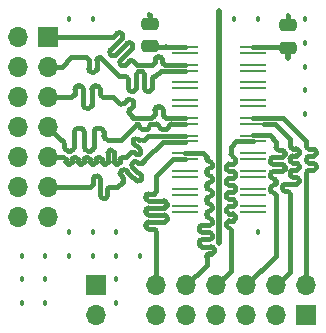
<source format=gbr>
%TF.GenerationSoftware,KiCad,Pcbnew,8.0.4*%
%TF.CreationDate,2024-10-02T17:37:58-07:00*%
%TF.ProjectId,SYZYGY-RGMII-tester,53595a59-4759-42d5-9247-4d49492d7465,rev?*%
%TF.SameCoordinates,Original*%
%TF.FileFunction,Copper,L1,Top*%
%TF.FilePolarity,Positive*%
%FSLAX46Y46*%
G04 Gerber Fmt 4.6, Leading zero omitted, Abs format (unit mm)*
G04 Created by KiCad (PCBNEW 8.0.4) date 2024-10-02 17:37:58*
%MOMM*%
%LPD*%
G01*
G04 APERTURE LIST*
G04 Aperture macros list*
%AMRoundRect*
0 Rectangle with rounded corners*
0 $1 Rounding radius*
0 $2 $3 $4 $5 $6 $7 $8 $9 X,Y pos of 4 corners*
0 Add a 4 corners polygon primitive as box body*
4,1,4,$2,$3,$4,$5,$6,$7,$8,$9,$2,$3,0*
0 Add four circle primitives for the rounded corners*
1,1,$1+$1,$2,$3*
1,1,$1+$1,$4,$5*
1,1,$1+$1,$6,$7*
1,1,$1+$1,$8,$9*
0 Add four rect primitives between the rounded corners*
20,1,$1+$1,$2,$3,$4,$5,0*
20,1,$1+$1,$4,$5,$6,$7,0*
20,1,$1+$1,$6,$7,$8,$9,0*
20,1,$1+$1,$8,$9,$2,$3,0*%
G04 Aperture macros list end*
%TA.AperFunction,SMDPad,CuDef*%
%ADD10RoundRect,0.250000X0.475000X-0.250000X0.475000X0.250000X-0.475000X0.250000X-0.475000X-0.250000X0*%
%TD*%
%TA.AperFunction,SMDPad,CuDef*%
%ADD11R,2.270000X0.280000*%
%TD*%
%TA.AperFunction,SMDPad,CuDef*%
%ADD12R,0.430000X2.540000*%
%TD*%
%TA.AperFunction,SMDPad,CuDef*%
%ADD13R,0.430000X4.700000*%
%TD*%
%TA.AperFunction,ComponentPad*%
%ADD14R,1.700000X1.700000*%
%TD*%
%TA.AperFunction,ComponentPad*%
%ADD15O,1.700000X1.700000*%
%TD*%
%TA.AperFunction,ViaPad*%
%ADD16C,0.457200*%
%TD*%
%TA.AperFunction,Conductor*%
%ADD17C,0.381000*%
%TD*%
%TA.AperFunction,Conductor*%
%ADD18C,0.500000*%
%TD*%
G04 APERTURE END LIST*
D10*
%TO.P,C1,1*%
%TO.N,VCC_H*%
X116415000Y-76000000D03*
%TO.P,C1,2*%
%TO.N,GND*%
X116415000Y-74100000D03*
%TD*%
D11*
%TO.P,J3,01,01*%
%TO.N,unconnected-(J3-Pad01)*%
X125170000Y-90045000D03*
%TO.P,J3,02,02*%
%TO.N,unconnected-(J3-Pad02)*%
X119430000Y-90045000D03*
%TO.P,J3,03,03*%
%TO.N,unconnected-(J3-Pad03)*%
X125170000Y-89545000D03*
%TO.P,J3,04,04*%
%TO.N,unconnected-(J3-Pad04)*%
X119430000Y-89545000D03*
%TO.P,J3,05,05*%
%TO.N,unconnected-(J3-Pad05)*%
X125170000Y-88545000D03*
%TO.P,J3,06,06*%
%TO.N,unconnected-(J3-Pad06)*%
X119430000Y-88545000D03*
%TO.P,J3,07,07*%
%TO.N,unconnected-(J3-Pad07)*%
X125170000Y-88045000D03*
%TO.P,J3,08,08*%
%TO.N,unconnected-(J3-Pad08)*%
X119430000Y-88045000D03*
%TO.P,J3,09,09*%
%TO.N,unconnected-(J3-Pad09)*%
X125170000Y-87045000D03*
%TO.P,J3,10,10*%
%TO.N,unconnected-(J3-Pad10)*%
X119430000Y-87045000D03*
%TO.P,J3,11,11*%
%TO.N,unconnected-(J3-Pad11)*%
X125170000Y-86545000D03*
%TO.P,J3,12,12*%
%TO.N,unconnected-(J3-Pad12)*%
X119430000Y-86545000D03*
%TO.P,J3,13,13*%
%TO.N,unconnected-(J3-Pad13)*%
X125170000Y-85545000D03*
%TO.P,J3,14,14*%
%TO.N,/RXD0_L*%
X119430000Y-85545000D03*
%TO.P,J3,15,15*%
%TO.N,unconnected-(J3-Pad15)*%
X125170000Y-85045000D03*
%TO.P,J3,16,16*%
%TO.N,/RX_CLK_L*%
X119430000Y-85045000D03*
%TO.P,J3,17,17*%
%TO.N,/RX_CTL_L*%
X125170000Y-84045000D03*
%TO.P,J3,18,18*%
%TO.N,/TX_CLK_L*%
X119430000Y-84045000D03*
%TO.P,J3,19,19*%
%TO.N,/RXD3_L*%
X125170000Y-83545000D03*
%TO.P,J3,20,20*%
%TO.N,/TX_CTL_L*%
X119430000Y-83545000D03*
%TO.P,J3,21,21*%
%TO.N,/RXD2_L*%
X125170000Y-82545000D03*
%TO.P,J3,22,22*%
%TO.N,/TXD0_L*%
X119430000Y-82545000D03*
%TO.P,J3,23,23*%
%TO.N,/RXD1_L*%
X125170000Y-82045000D03*
%TO.P,J3,24,24*%
%TO.N,/TXD1_L*%
X119430000Y-82045000D03*
%TO.P,J3,25,25*%
%TO.N,unconnected-(J3-Pad25)*%
X125170000Y-81045000D03*
%TO.P,J3,26,26*%
%TO.N,unconnected-(J3-Pad26)*%
X119430000Y-81045000D03*
%TO.P,J3,27,27*%
%TO.N,unconnected-(J3-Pad27)*%
X125170000Y-80545000D03*
%TO.P,J3,28,28*%
%TO.N,unconnected-(J3-Pad28)*%
X119430000Y-80545000D03*
%TO.P,J3,29,29*%
%TO.N,unconnected-(J3-Pad29)*%
X125170000Y-79545000D03*
%TO.P,J3,30,30*%
%TO.N,unconnected-(J3-Pad30)*%
X119430000Y-79545000D03*
%TO.P,J3,31,31*%
%TO.N,unconnected-(J3-Pad31)*%
X125170000Y-79045000D03*
%TO.P,J3,32,32*%
%TO.N,unconnected-(J3-Pad32)*%
X119430000Y-79045000D03*
%TO.P,J3,33,33*%
%TO.N,unconnected-(J3-Pad33)*%
X125170000Y-78045000D03*
%TO.P,J3,34,34*%
%TO.N,/TXD2_L*%
X119430000Y-78045000D03*
%TO.P,J3,35,35*%
%TO.N,unconnected-(J3-Pad35)*%
X125170000Y-77545000D03*
%TO.P,J3,36,36*%
%TO.N,/TXD3_L*%
X119430000Y-77545000D03*
%TO.P,J3,37,37*%
%TO.N,unconnected-(J3-Pad37)*%
X125170000Y-76545000D03*
%TO.P,J3,38,38*%
%TO.N,unconnected-(J3-Pad38)*%
X119430000Y-76545000D03*
%TO.P,J3,39,39*%
%TO.N,VCC_L*%
X125170000Y-76045000D03*
%TO.P,J3,40,40*%
%TO.N,VCC_H*%
X119430000Y-76045000D03*
D12*
%TO.P,J3,G1,GND*%
%TO.N,GND*%
X122300000Y-90865000D03*
D13*
%TO.P,J3,G2,GND__1*%
X122300000Y-85975000D03*
%TO.P,J3,G3,GND__2*%
X122300000Y-79625000D03*
D12*
%TO.P,J3,G4,GND__3*%
X122300000Y-74735000D03*
%TD*%
D10*
%TO.P,C2,1*%
%TO.N,VCC_L*%
X128115000Y-76100000D03*
%TO.P,C2,2*%
%TO.N,GND*%
X128115000Y-74200000D03*
%TD*%
D14*
%TO.P,J2,1,Pin_1*%
%TO.N,GND*%
X111920000Y-96200000D03*
D15*
%TO.P,J2,2,Pin_2*%
X111920000Y-98740000D03*
%TD*%
D14*
%TO.P,J1,1,Pin_1*%
%TO.N,/TXD3_L*%
X107800000Y-75200000D03*
D15*
%TO.P,J1,2,Pin_2*%
%TO.N,GND*%
X105260000Y-75200000D03*
%TO.P,J1,3,Pin_3*%
%TO.N,/TXD2_L*%
X107800000Y-77740000D03*
%TO.P,J1,4,Pin_4*%
%TO.N,GND*%
X105260000Y-77740000D03*
%TO.P,J1,5,Pin_5*%
%TO.N,/TXD1_L*%
X107800000Y-80280000D03*
%TO.P,J1,6,Pin_6*%
%TO.N,GND*%
X105260000Y-80280000D03*
%TO.P,J1,7,Pin_7*%
%TO.N,/TXD0_L*%
X107800000Y-82820000D03*
%TO.P,J1,8,Pin_8*%
%TO.N,GND*%
X105260000Y-82820000D03*
%TO.P,J1,9,Pin_9*%
%TO.N,/TX_CTL_L*%
X107800000Y-85360000D03*
%TO.P,J1,10,Pin_10*%
%TO.N,GND*%
X105260000Y-85360000D03*
%TO.P,J1,11,Pin_11*%
%TO.N,/TX_CLK_L*%
X107800000Y-87900000D03*
%TO.P,J1,12,Pin_12*%
%TO.N,GND*%
X105260000Y-87900000D03*
%TO.P,J1,13,Pin_13*%
%TO.N,VCC_L*%
X107800000Y-90440000D03*
%TO.P,J1,14,Pin_14*%
%TO.N,VCC_H*%
X105260000Y-90440000D03*
%TD*%
D14*
%TO.P,J4,1,Pin_1*%
%TO.N,GND*%
X129700000Y-98740000D03*
D15*
%TO.P,J4,2,Pin_2*%
%TO.N,/RXD1_L*%
X129700000Y-96200000D03*
%TO.P,J4,3,Pin_3*%
%TO.N,GND*%
X127160000Y-98740000D03*
%TO.P,J4,4,Pin_4*%
%TO.N,/RXD2_L*%
X127160000Y-96200000D03*
%TO.P,J4,5,Pin_5*%
%TO.N,GND*%
X124620000Y-98740000D03*
%TO.P,J4,6,Pin_6*%
%TO.N,/RXD3_L*%
X124620000Y-96200000D03*
%TO.P,J4,7,Pin_7*%
%TO.N,GND*%
X122080000Y-98740000D03*
%TO.P,J4,8,Pin_8*%
%TO.N,/RX_CTL_L*%
X122080000Y-96200000D03*
%TO.P,J4,9,Pin_9*%
%TO.N,GND*%
X119540000Y-98740000D03*
%TO.P,J4,10,Pin_10*%
%TO.N,/RX_CLK_L*%
X119540000Y-96200000D03*
%TO.P,J4,11,Pin_11*%
%TO.N,GND*%
X117000000Y-98740000D03*
%TO.P,J4,12,Pin_12*%
%TO.N,/RXD0_L*%
X117000000Y-96200000D03*
%TD*%
D16*
%TO.N,VCC_H*%
X117800000Y-76045000D03*
%TO.N,GND*%
X113600000Y-95700000D03*
X129600000Y-73700000D03*
X122300000Y-76600000D03*
X111600000Y-93700000D03*
X105600000Y-97700000D03*
X116400000Y-73300000D03*
X122300000Y-92600000D03*
X107600000Y-95700000D03*
X125600000Y-91700000D03*
X123600000Y-73700000D03*
X111600000Y-91700000D03*
X129600000Y-81700000D03*
X109600000Y-91700000D03*
X107600000Y-97700000D03*
X113600000Y-97700000D03*
X128100000Y-73400000D03*
X105600000Y-93700000D03*
X129600000Y-79700000D03*
X109600000Y-93700000D03*
X111600000Y-73700000D03*
X113600000Y-93700000D03*
X109600000Y-73700000D03*
X122300000Y-88900000D03*
X129600000Y-75700000D03*
X105600000Y-95700000D03*
X129600000Y-77700000D03*
X122300000Y-82800000D03*
X113600000Y-91700000D03*
X122300000Y-73000000D03*
X125600000Y-73700000D03*
X115600000Y-93700000D03*
X107600000Y-93700000D03*
%TO.N,VCC_L*%
X128100000Y-77000000D03*
%TD*%
D17*
%TO.N,VCC_H*%
X119430000Y-76045000D02*
X116460000Y-76045000D01*
X116460000Y-76045000D02*
X116415000Y-76000000D01*
D18*
%TO.N,GND*%
X122300000Y-85975000D02*
X122300000Y-82800000D01*
X122300000Y-88900000D02*
X122300000Y-85975000D01*
X122300000Y-74735000D02*
X122300000Y-73000000D01*
X122300000Y-79625000D02*
X122300000Y-76600000D01*
X122300000Y-82800000D02*
X122300000Y-79625000D01*
X122300000Y-76600000D02*
X122300000Y-74735000D01*
D17*
X116415000Y-74100000D02*
X116415000Y-73315000D01*
X128115000Y-74200000D02*
X128115000Y-73415000D01*
D18*
X122300000Y-90865000D02*
X122300000Y-88900000D01*
X122300000Y-90865000D02*
X122300000Y-92600000D01*
D17*
X116415000Y-73315000D02*
X116400000Y-73300000D01*
X128115000Y-73415000D02*
X128100000Y-73400000D01*
D18*
%TO.N,VCC_L*%
X128100000Y-76115000D02*
X128115000Y-76100000D01*
D17*
X128060000Y-76045000D02*
X128115000Y-76100000D01*
D18*
X128100000Y-77000000D02*
X128100000Y-76115000D01*
D17*
X125170000Y-76045000D02*
X128060000Y-76045000D01*
%TO.N,/TXD3_L*%
X114084758Y-75303181D02*
X113763673Y-75624263D01*
X117900000Y-77545000D02*
X119430000Y-77545000D01*
X113527453Y-76709010D02*
X114018231Y-76218231D01*
X114848424Y-75727448D02*
X114933276Y-75812300D01*
X115995000Y-77545000D02*
X116645000Y-77545000D01*
X113763673Y-75624263D02*
X113593968Y-75793968D01*
X112650000Y-75200000D02*
X113000000Y-75200000D01*
X114376003Y-77557513D02*
X114697052Y-77236463D01*
X112000000Y-75200000D02*
X112650000Y-75200000D01*
X115345000Y-77545000D02*
X115995000Y-77545000D01*
X114018231Y-76218231D02*
X114509012Y-75727447D01*
X113339412Y-75200001D02*
X113660494Y-74878916D01*
X113999906Y-74878917D02*
X114084758Y-74963769D01*
X115121316Y-77321316D02*
X115345000Y-77545000D01*
X116885000Y-77305000D02*
X116885000Y-77100924D01*
X107800000Y-75200000D02*
X112000000Y-75200000D01*
X114933276Y-76151712D02*
X114442494Y-76642495D01*
X114442495Y-76642495D02*
X114272789Y-76812200D01*
X117485000Y-77100924D02*
X117485000Y-77305000D01*
X114442494Y-76642495D02*
X114442495Y-76642495D01*
X117725000Y-77545000D02*
X117845000Y-77545000D01*
X115036464Y-77236463D02*
X115121316Y-77321316D01*
X117845000Y-77545000D02*
X117900000Y-77545000D01*
X113103189Y-76624158D02*
X113188041Y-76709010D01*
X113593968Y-75793968D02*
X113103189Y-76284746D01*
X114272789Y-76812200D02*
X113951739Y-77133250D01*
X117125000Y-76860924D02*
X117245000Y-76860924D01*
X113951739Y-77472661D02*
X114036591Y-77557513D01*
X113660494Y-74878916D02*
G75*
G02*
X113999907Y-74878917I169706J-169684D01*
G01*
X113188041Y-76709010D02*
G75*
G03*
X113527453Y-76709010I169706J169704D01*
G01*
X114933276Y-75812300D02*
G75*
G02*
X114933270Y-76151706I-169676J-169700D01*
G01*
X114697052Y-77236463D02*
G75*
G02*
X115036464Y-77236463I169706J-169704D01*
G01*
X116645000Y-77545000D02*
G75*
G03*
X116885000Y-77305000I0J240000D01*
G01*
X113103189Y-76284746D02*
G75*
G03*
X113103141Y-76624206I169711J-169754D01*
G01*
X113000000Y-75200000D02*
G75*
G03*
X113339405Y-75199995I169700J169700D01*
G01*
X117485000Y-77305000D02*
G75*
G03*
X117725000Y-77545000I240000J0D01*
G01*
X116885000Y-77100924D02*
G75*
G02*
X117125000Y-76860900I240000J24D01*
G01*
X114509012Y-75727447D02*
G75*
G02*
X114848407Y-75727465I169688J-169753D01*
G01*
X113951739Y-77133250D02*
G75*
G03*
X113951694Y-77472706I169661J-169750D01*
G01*
X114084758Y-74963769D02*
G75*
G02*
X114084783Y-75303206I-169658J-169731D01*
G01*
X114036591Y-77557513D02*
G75*
G03*
X114376003Y-77557513I169706J169704D01*
G01*
X117245000Y-76860924D02*
G75*
G02*
X117484976Y-77100924I0J-239976D01*
G01*
%TO.N,/TX_CTL_L*%
X111335200Y-85563200D02*
X111335200Y-85774651D01*
X115630650Y-84755731D02*
X115481142Y-84606223D01*
X114078400Y-85360000D02*
X114180000Y-85360000D01*
X115403467Y-83810122D02*
X115552990Y-83959645D01*
X114440000Y-85360000D02*
X114834565Y-84965435D01*
X109506400Y-85977867D02*
X109608000Y-85977867D01*
X111538400Y-85977851D02*
X111640000Y-85977851D01*
X111030400Y-85360000D02*
X111132000Y-85360000D01*
X110522400Y-85977851D02*
X110624000Y-85977851D01*
X110319200Y-85563200D02*
X110319200Y-85774651D01*
X113875200Y-85774651D02*
X113875200Y-85563200D01*
X110014400Y-85360000D02*
X110116000Y-85360000D01*
X111843200Y-85774651D02*
X111843200Y-85563200D01*
X115337460Y-84462540D02*
X115193776Y-84318856D01*
X115912199Y-83887802D02*
X116255000Y-83545000D01*
X116255000Y-83545000D02*
X119430000Y-83545000D01*
X115044254Y-83881966D02*
X115116099Y-83810122D01*
X110827200Y-85774651D02*
X110827200Y-85563200D01*
X115558808Y-85114942D02*
X115630650Y-85043099D01*
X113062400Y-84742149D02*
X113164000Y-84742149D01*
X112859200Y-85563200D02*
X112859200Y-85360000D01*
X113570400Y-85977851D02*
X113672000Y-85977851D01*
X109303200Y-85563200D02*
X109303200Y-85774667D01*
X113367200Y-85563200D02*
X113367200Y-85774651D01*
X109811200Y-85774667D02*
X109811200Y-85563200D01*
X112859200Y-85774667D02*
X112859200Y-85563200D01*
X115337458Y-84462539D02*
X115337460Y-84462540D01*
X115840358Y-83959645D02*
X115912199Y-83887802D01*
X112859200Y-85360000D02*
X112859200Y-84945349D01*
X114180000Y-85360000D02*
X114440000Y-85360000D01*
X115121933Y-84965435D02*
X115271440Y-85114942D01*
X115481142Y-84606223D02*
X115337458Y-84462539D01*
X113367200Y-85360000D02*
X113367200Y-85563200D01*
X112046400Y-85360000D02*
X112148000Y-85360000D01*
X112351200Y-85563200D02*
X112351200Y-85774667D01*
X113367200Y-84945349D02*
X113367200Y-85360000D01*
X107800000Y-85360000D02*
X109100000Y-85360000D01*
X112554400Y-85977867D02*
X112656000Y-85977867D01*
X115193776Y-84318856D02*
X115044254Y-84169334D01*
X111132000Y-85360000D02*
G75*
G02*
X111335200Y-85563200I0J-203200D01*
G01*
X115271440Y-85114942D02*
G75*
G03*
X115558808Y-85114942I143684J143684D01*
G01*
X113875200Y-85563200D02*
G75*
G02*
X114078400Y-85360000I203200J0D01*
G01*
X111843200Y-85563200D02*
G75*
G02*
X112046400Y-85360000I203200J0D01*
G01*
X109100000Y-85360000D02*
G75*
G02*
X109303200Y-85563200I0J-203200D01*
G01*
X112859200Y-84945349D02*
G75*
G02*
X113062400Y-84742100I203200J49D01*
G01*
X113367200Y-85774651D02*
G75*
G03*
X113570400Y-85977900I203200J-49D01*
G01*
X109303200Y-85774667D02*
G75*
G03*
X109506400Y-85977900I203200J-33D01*
G01*
X112148000Y-85360000D02*
G75*
G02*
X112351200Y-85563200I0J-203200D01*
G01*
X113672000Y-85977851D02*
G75*
G03*
X113875151Y-85774651I0J203151D01*
G01*
X110319200Y-85774651D02*
G75*
G03*
X110522400Y-85977900I203200J-49D01*
G01*
X110827200Y-85563200D02*
G75*
G02*
X111030400Y-85360000I203200J0D01*
G01*
X115116099Y-83810122D02*
G75*
G02*
X115403467Y-83810122I143684J-143684D01*
G01*
X114834565Y-84965435D02*
G75*
G02*
X115121933Y-84965435I143684J-143684D01*
G01*
X111640000Y-85977851D02*
G75*
G03*
X111843151Y-85774651I0J203151D01*
G01*
X110624000Y-85977851D02*
G75*
G03*
X110827151Y-85774651I0J203151D01*
G01*
X112656000Y-85977867D02*
G75*
G03*
X112859167Y-85774667I0J203167D01*
G01*
X111335200Y-85774651D02*
G75*
G03*
X111538400Y-85977900I203200J-49D01*
G01*
X115552990Y-83959645D02*
G75*
G03*
X115840358Y-83959645I143684J143684D01*
G01*
X113164000Y-84742149D02*
G75*
G02*
X113367151Y-84945349I0J-203151D01*
G01*
X115044254Y-84169334D02*
G75*
G02*
X115044304Y-83882016I143646J143634D01*
G01*
X109608000Y-85977867D02*
G75*
G03*
X109811167Y-85774667I0J203167D01*
G01*
X115630650Y-85043099D02*
G75*
G03*
X115630665Y-84755716I-143650J143699D01*
G01*
X109811200Y-85563200D02*
G75*
G02*
X110014400Y-85360000I203200J0D01*
G01*
X110116000Y-85360000D02*
G75*
G02*
X110319200Y-85563200I0J-203200D01*
G01*
X112351200Y-85774667D02*
G75*
G03*
X112554400Y-85977900I203200J-33D01*
G01*
%TO.N,/RXD0_L*%
X116325895Y-88460000D02*
X116760000Y-88460000D01*
X116085876Y-90020000D02*
X116085876Y-89900000D01*
X117000000Y-88220000D02*
X117000000Y-88100000D01*
X116760000Y-90860000D02*
X117000000Y-90860000D01*
X117000000Y-88100000D02*
X117000000Y-86980000D01*
X117000000Y-89660000D02*
X117624113Y-89660000D01*
X116760000Y-91460000D02*
X116325876Y-91460000D01*
X116325876Y-90860000D02*
X116760000Y-90860000D01*
X117914105Y-90620000D02*
X117914105Y-90500000D01*
X117000000Y-90260000D02*
X116325876Y-90260000D01*
X117000000Y-90860000D02*
X117674105Y-90860000D01*
X116085895Y-88820000D02*
X116085895Y-88700000D01*
X117674105Y-90260000D02*
X117000000Y-90260000D01*
X117000000Y-86980000D02*
X117421836Y-86558164D01*
X117000000Y-96200000D02*
X117000000Y-91700000D01*
X118435000Y-85545000D02*
X119430000Y-85545000D01*
X117000000Y-89060000D02*
X116760000Y-89060000D01*
X117421836Y-86558164D02*
X118435000Y-85545000D01*
X116760000Y-89060000D02*
X116325895Y-89060000D01*
X116085876Y-91220000D02*
X116085876Y-91100000D01*
X116325876Y-89660000D02*
X117000000Y-89660000D01*
X117864113Y-89420000D02*
X117864113Y-89300000D01*
X117624113Y-89060000D02*
X117000000Y-89060000D01*
X116325876Y-91460000D02*
G75*
G02*
X116085900Y-91220000I24J240000D01*
G01*
X116085876Y-89900000D02*
G75*
G02*
X116325876Y-89659976I240024J0D01*
G01*
X116085876Y-91100000D02*
G75*
G02*
X116325876Y-90859976I240024J0D01*
G01*
X117624113Y-89660000D02*
G75*
G03*
X117864100Y-89420000I-13J240000D01*
G01*
X117864113Y-89300000D02*
G75*
G03*
X117624113Y-89059987I-240013J0D01*
G01*
X117674105Y-90860000D02*
G75*
G03*
X117914100Y-90620000I-5J240000D01*
G01*
X117914105Y-90500000D02*
G75*
G03*
X117674105Y-90259995I-240005J0D01*
G01*
X116325895Y-89060000D02*
G75*
G02*
X116085900Y-88820000I5J240000D01*
G01*
X116325876Y-90260000D02*
G75*
G02*
X116085900Y-90020000I24J240000D01*
G01*
X117000000Y-91700000D02*
G75*
G03*
X116760000Y-91460000I-240000J0D01*
G01*
X116085895Y-88700000D02*
G75*
G02*
X116325895Y-88459995I240005J0D01*
G01*
X116760000Y-88460000D02*
G75*
G03*
X117000000Y-88220000I0J240000D01*
G01*
%TO.N,/RX_CLK_L*%
X120618634Y-92580000D02*
X120618634Y-92700000D01*
X121240000Y-91740000D02*
X121474513Y-91740000D01*
X121473643Y-91140000D02*
X121240000Y-91140000D01*
X120937000Y-85037000D02*
X121240000Y-85340000D01*
X121480000Y-92940000D02*
X121621366Y-92940000D01*
X121240000Y-92940000D02*
X121480000Y-92940000D01*
X121707286Y-90767286D02*
X121707286Y-90906357D01*
X120618634Y-91380000D02*
X120618634Y-91500000D01*
X121240000Y-85340000D02*
X121240000Y-85500000D01*
X119430000Y-85037000D02*
X120937000Y-85037000D01*
X121240000Y-87764916D02*
X121240000Y-87900000D01*
X121240000Y-94500000D02*
X121170000Y-94570000D01*
X121240000Y-90164916D02*
X121240000Y-90300000D01*
X121704848Y-88364848D02*
X121704848Y-88500000D01*
X121240000Y-93900000D02*
X121240000Y-94500000D01*
X121704916Y-87164916D02*
X121704916Y-87300000D01*
X121240000Y-86564848D02*
X121240000Y-86700000D01*
X121704848Y-85964848D02*
X121704848Y-86100000D01*
X121709025Y-91974512D02*
X121709025Y-92105488D01*
X120858634Y-91740000D02*
X121240000Y-91740000D01*
X121621366Y-93540000D02*
X121480000Y-93540000D01*
X121240000Y-92340000D02*
X120858634Y-92340000D01*
X121170000Y-94570000D02*
X119540000Y-96200000D01*
X121240000Y-91140000D02*
X120858634Y-91140000D01*
X121704916Y-89564916D02*
X121704916Y-89700000D01*
X121474513Y-92340000D02*
X121240000Y-92340000D01*
X121861366Y-93180000D02*
X121861366Y-93300000D01*
X121240000Y-93780000D02*
X121240000Y-93900000D01*
X120858634Y-92940000D02*
X121240000Y-92940000D01*
X121240000Y-88964848D02*
X121240000Y-89100000D01*
X121473643Y-90533643D02*
G75*
G02*
X121707257Y-90767286I-43J-233657D01*
G01*
X121861366Y-93300000D02*
G75*
G02*
X121621366Y-93539966I-239966J0D01*
G01*
X120618634Y-92700000D02*
G75*
G03*
X120858634Y-92939966I239966J0D01*
G01*
X121472458Y-86932458D02*
G75*
G02*
X121704942Y-87164916I42J-232442D01*
G01*
X121707286Y-90906357D02*
G75*
G02*
X121473643Y-91140086I-233686J-43D01*
G01*
X121704916Y-89700000D02*
G75*
G02*
X121472458Y-89932416I-232416J0D01*
G01*
X120858634Y-92340000D02*
G75*
G03*
X120618600Y-92580000I-34J-240000D01*
G01*
X121472458Y-87532458D02*
G75*
G03*
X121240058Y-87764916I42J-232442D01*
G01*
X121240000Y-86700000D02*
G75*
G03*
X121472458Y-86932500I232500J0D01*
G01*
X121240000Y-85500000D02*
G75*
G03*
X121472424Y-85732400I232400J0D01*
G01*
X121621366Y-92940000D02*
G75*
G02*
X121861400Y-93180000I34J-240000D01*
G01*
X121704848Y-86100000D02*
G75*
G02*
X121472424Y-86332448I-232448J0D01*
G01*
X121704916Y-87300000D02*
G75*
G02*
X121472458Y-87532416I-232416J0D01*
G01*
X121480000Y-93540000D02*
G75*
G03*
X121240000Y-93780000I0J-240000D01*
G01*
X121472424Y-88132424D02*
G75*
G02*
X121704776Y-88364848I-24J-232376D01*
G01*
X120618634Y-91500000D02*
G75*
G03*
X120858634Y-91739966I239966J0D01*
G01*
X121472424Y-88732424D02*
G75*
G03*
X121240024Y-88964848I-24J-232376D01*
G01*
X121240000Y-89100000D02*
G75*
G03*
X121472458Y-89332500I232500J0D01*
G01*
X121709025Y-92105488D02*
G75*
G02*
X121474513Y-92340025I-234525J-12D01*
G01*
X120858634Y-91140000D02*
G75*
G03*
X120618600Y-91380000I-34J-240000D01*
G01*
X121472424Y-86332424D02*
G75*
G03*
X121240024Y-86564848I-24J-232376D01*
G01*
X121472458Y-89932458D02*
G75*
G03*
X121240058Y-90164916I42J-232442D01*
G01*
X121704848Y-88500000D02*
G75*
G02*
X121472424Y-88732448I-232448J0D01*
G01*
X121472458Y-89332458D02*
G75*
G02*
X121704942Y-89564916I42J-232442D01*
G01*
X121474513Y-91740000D02*
G75*
G02*
X121709000Y-91974512I-13J-234500D01*
G01*
X121472424Y-85732424D02*
G75*
G02*
X121704776Y-85964848I-24J-232376D01*
G01*
X121240000Y-87900000D02*
G75*
G03*
X121472424Y-88132400I232400J0D01*
G01*
X121240000Y-90300000D02*
G75*
G03*
X121473643Y-90533600I233600J0D01*
G01*
%TO.N,/RX_CTL_L*%
X123300000Y-91744167D02*
X123300000Y-93500000D01*
X123300000Y-87144167D02*
X123109500Y-87144167D01*
X123300000Y-91534667D02*
X123300000Y-91744167D01*
X123109500Y-86544167D02*
X123300000Y-86544167D01*
X123681000Y-86734667D02*
X123681000Y-86953667D01*
X123681000Y-85525167D02*
X123681000Y-85753667D01*
X123490500Y-90744167D02*
X123300000Y-90744167D01*
X123300000Y-88344167D02*
X123109500Y-88344167D01*
X122919000Y-88534667D02*
X122919000Y-88753667D01*
X123300000Y-85944167D02*
X123109500Y-85944167D01*
X122919000Y-90934667D02*
X122919000Y-91153667D01*
X123300000Y-87744167D02*
X123490500Y-87744167D01*
X123300000Y-89544167D02*
X123109500Y-89544167D01*
X125170000Y-84045000D02*
X123755000Y-84045000D01*
X123490500Y-89544167D02*
X123300000Y-89544167D01*
X123109500Y-87744167D02*
X123300000Y-87744167D01*
X123300000Y-84500000D02*
X123300000Y-85144167D01*
X123300000Y-90144167D02*
X123490500Y-90144167D01*
X123681000Y-89134667D02*
X123681000Y-89353667D01*
X123300000Y-94980000D02*
X122080000Y-96200000D01*
X122919000Y-87334667D02*
X122919000Y-87553667D01*
X123490500Y-88344167D02*
X123300000Y-88344167D01*
X123300000Y-90744167D02*
X123109500Y-90744167D01*
X123681000Y-87934667D02*
X123681000Y-88153667D01*
X123490500Y-87144167D02*
X123300000Y-87144167D01*
X123109500Y-88944167D02*
X123300000Y-88944167D01*
X123490500Y-85944167D02*
X123300000Y-85944167D01*
X123109500Y-90144167D02*
X123300000Y-90144167D01*
X123300000Y-93500000D02*
X123300000Y-94980000D01*
X123755000Y-84045000D02*
X123300000Y-84500000D01*
X123300000Y-86544167D02*
X123490500Y-86544167D01*
X122919000Y-86134667D02*
X122919000Y-86353667D01*
X123681000Y-90334667D02*
X123681000Y-90553667D01*
X123300000Y-88944167D02*
X123490500Y-88944167D01*
X122919000Y-89734667D02*
X122919000Y-89953667D01*
X123490500Y-88944167D02*
G75*
G02*
X123681033Y-89134667I0J-190533D01*
G01*
X122919000Y-91153667D02*
G75*
G03*
X123109500Y-91344200I190500J-33D01*
G01*
X123109500Y-85944167D02*
G75*
G03*
X122918967Y-86134667I0J-190533D01*
G01*
X123109500Y-87144167D02*
G75*
G03*
X122918967Y-87334667I0J-190533D01*
G01*
X123681000Y-86953667D02*
G75*
G02*
X123490500Y-87144200I-190500J-33D01*
G01*
X123490500Y-85334667D02*
G75*
G02*
X123681033Y-85525167I0J-190533D01*
G01*
X123109500Y-89544167D02*
G75*
G03*
X122918967Y-89734667I0J-190533D01*
G01*
X123490500Y-87744167D02*
G75*
G02*
X123681033Y-87934667I0J-190533D01*
G01*
X122919000Y-86353667D02*
G75*
G03*
X123109500Y-86544200I190500J-33D01*
G01*
X123109500Y-91344167D02*
G75*
G02*
X123300033Y-91534667I0J-190533D01*
G01*
X122919000Y-87553667D02*
G75*
G03*
X123109500Y-87744200I190500J-33D01*
G01*
X123109500Y-90744167D02*
G75*
G03*
X122918967Y-90934667I0J-190533D01*
G01*
X123490500Y-90144167D02*
G75*
G02*
X123681033Y-90334667I0J-190533D01*
G01*
X123109500Y-88344167D02*
G75*
G03*
X122918967Y-88534667I0J-190533D01*
G01*
X123681000Y-88153667D02*
G75*
G02*
X123490500Y-88344200I-190500J-33D01*
G01*
X122919000Y-89953667D02*
G75*
G03*
X123109500Y-90144200I190500J-33D01*
G01*
X123681000Y-90553667D02*
G75*
G02*
X123490500Y-90744200I-190500J-33D01*
G01*
X123300000Y-85144167D02*
G75*
G03*
X123490500Y-85334700I190500J-33D01*
G01*
X123681000Y-85753667D02*
G75*
G02*
X123490500Y-85944200I-190500J-33D01*
G01*
X122919000Y-88753667D02*
G75*
G03*
X123109500Y-88944200I190500J-33D01*
G01*
X123681000Y-89353667D02*
G75*
G02*
X123490500Y-89544200I-190500J-33D01*
G01*
X123490500Y-86544167D02*
G75*
G02*
X123681033Y-86734667I0J-190533D01*
G01*
%TO.N,/RXD3_L*%
X127850000Y-85018431D02*
X127850000Y-85138431D01*
X127100000Y-86578431D02*
X126875000Y-86578431D01*
X127100000Y-88603431D02*
X127100000Y-88753431D01*
X126650000Y-86803431D02*
X126650000Y-86953431D01*
X127340000Y-85378431D02*
X127100000Y-85378431D01*
X126875000Y-85978431D02*
X127100000Y-85978431D01*
X126572000Y-83537000D02*
X127100000Y-84065000D01*
X127850000Y-86218431D02*
X127850000Y-86338431D01*
X126650000Y-85603431D02*
X126650000Y-85753431D01*
X127100000Y-84065000D02*
X127100000Y-84538431D01*
X125170000Y-83537000D02*
X126572000Y-83537000D01*
X127610000Y-85378431D02*
X127340000Y-85378431D01*
X127100000Y-85378431D02*
X126875000Y-85378431D01*
X126650000Y-88003431D02*
X126650000Y-88153431D01*
X127100000Y-85978431D02*
X127610000Y-85978431D01*
X127340000Y-84778431D02*
X127610000Y-84778431D01*
X127100000Y-89800000D02*
X127100000Y-93720000D01*
X127100000Y-93720000D02*
X124620000Y-96200000D01*
X127100000Y-87403431D02*
X127100000Y-87553431D01*
X127610000Y-86578431D02*
X127100000Y-86578431D01*
X127100000Y-88753431D02*
X127100000Y-89800000D01*
X126875000Y-86578431D02*
G75*
G03*
X126650031Y-86803431I0J-224969D01*
G01*
X126650000Y-88153431D02*
G75*
G03*
X126875000Y-88378400I225000J31D01*
G01*
X127850000Y-86338431D02*
G75*
G02*
X127610000Y-86578400I-240000J31D01*
G01*
X127850000Y-85138431D02*
G75*
G02*
X127610000Y-85378400I-240000J31D01*
G01*
X126875000Y-87778431D02*
G75*
G03*
X126650031Y-88003431I0J-224969D01*
G01*
X127100000Y-84538431D02*
G75*
G03*
X127340000Y-84778400I240000J31D01*
G01*
X126650000Y-85753431D02*
G75*
G03*
X126875000Y-85978400I225000J31D01*
G01*
X127610000Y-84778431D02*
G75*
G02*
X127849969Y-85018431I0J-239969D01*
G01*
X127100000Y-87553431D02*
G75*
G02*
X126875000Y-87778400I-225000J31D01*
G01*
X127610000Y-85978431D02*
G75*
G02*
X127849969Y-86218431I0J-239969D01*
G01*
X126875000Y-85378431D02*
G75*
G03*
X126650031Y-85603431I0J-224969D01*
G01*
X126875000Y-87178431D02*
G75*
G02*
X127099969Y-87403431I0J-224969D01*
G01*
X126650000Y-86953431D02*
G75*
G03*
X126875000Y-87178400I225000J31D01*
G01*
X126875000Y-88378431D02*
G75*
G02*
X127099969Y-88603431I0J-224969D01*
G01*
%TO.N,/TX_CLK_L*%
X114964393Y-85869272D02*
X115049247Y-85784419D01*
X114583885Y-86676707D02*
X114753590Y-86846412D01*
X107800000Y-87900000D02*
X111400000Y-87900000D01*
X114753590Y-86846412D02*
X114753590Y-86846410D01*
X115388659Y-85784418D02*
X115432416Y-85828175D01*
X115771826Y-85828176D02*
X115856679Y-85743322D01*
X111640000Y-87660000D02*
X111640000Y-87198127D01*
X112240000Y-87660000D02*
X112240000Y-88601873D01*
X114398714Y-86491536D02*
X114583885Y-86676707D01*
X111880000Y-86958127D02*
X112000000Y-86958127D01*
X114753590Y-86846410D02*
X115249862Y-87342682D01*
X116050000Y-85550000D02*
X117547000Y-84053000D01*
X112840000Y-88601873D02*
X112840000Y-88140000D01*
X113080000Y-87900000D02*
X113200000Y-87900000D01*
X112240000Y-87198127D02*
X112240000Y-87660000D01*
X115177852Y-86422144D02*
X115177854Y-86422146D01*
X115589273Y-87342682D02*
X115674125Y-87257829D01*
X115674125Y-86918417D02*
X115177852Y-86422144D01*
X114159620Y-87100969D02*
X113974450Y-86915799D01*
X115856679Y-85743322D02*
X116050000Y-85550000D01*
X115177854Y-86422146D02*
X115008149Y-86252441D01*
X117547000Y-84053000D02*
X119430000Y-84053000D01*
X113200000Y-87900000D02*
X113700000Y-87900000D01*
X113700000Y-87900000D02*
X114159619Y-87440381D01*
X113974449Y-86576389D02*
X114059304Y-86491535D01*
X112480000Y-88841873D02*
X112600000Y-88841873D01*
X115008149Y-86252441D02*
X114964392Y-86208684D01*
X111400000Y-87900000D02*
G75*
G03*
X111640000Y-87660000I0J240000D01*
G01*
X112240000Y-88601873D02*
G75*
G03*
X112480000Y-88841900I240000J-27D01*
G01*
X115674125Y-87257829D02*
G75*
G03*
X115674148Y-86918394I-169725J169729D01*
G01*
X112840000Y-88140000D02*
G75*
G02*
X113080000Y-87900000I240000J0D01*
G01*
X115049247Y-85784419D02*
G75*
G02*
X115388706Y-85784371I169753J-169681D01*
G01*
X114964392Y-86208684D02*
G75*
G02*
X114964414Y-85869294I169708J169684D01*
G01*
X115432416Y-85828175D02*
G75*
G03*
X115771804Y-85828155I169684J169675D01*
G01*
X115249862Y-87342682D02*
G75*
G03*
X115589273Y-87342683I169706J169707D01*
G01*
X114059304Y-86491535D02*
G75*
G02*
X114398705Y-86491544I169696J-169665D01*
G01*
X113974450Y-86915799D02*
G75*
G02*
X113974456Y-86576395I169750J169699D01*
G01*
X112000000Y-86958127D02*
G75*
G02*
X112239973Y-87198127I0J-239973D01*
G01*
X114159619Y-87440381D02*
G75*
G03*
X114159595Y-87100994I-169719J169681D01*
G01*
X112600000Y-88841873D02*
G75*
G03*
X112839973Y-88601873I0J239973D01*
G01*
X111640000Y-87198127D02*
G75*
G02*
X111880000Y-86958100I240000J27D01*
G01*
%TO.N,/RXD2_L*%
X128300000Y-88492236D02*
X128300000Y-88612236D01*
X128540000Y-87652236D02*
X127884766Y-87652236D01*
X128815231Y-85252236D02*
X128540000Y-85252236D01*
X129055231Y-86092236D02*
X129055231Y-86212236D01*
X128300000Y-95060000D02*
X127160000Y-96200000D01*
X129055231Y-87292236D02*
X129055231Y-87412236D01*
X128300000Y-88612236D02*
X128300000Y-89600000D01*
X128300000Y-83800000D02*
X128300000Y-84412236D01*
X128300000Y-85492236D02*
X128300000Y-85612236D01*
X128815231Y-86452236D02*
X128540000Y-86452236D01*
X127053000Y-82553000D02*
X128300000Y-83800000D01*
X128815231Y-87652236D02*
X128540000Y-87652236D01*
X128300000Y-86692236D02*
X128300000Y-86812236D01*
X127884766Y-88252236D02*
X128060000Y-88252236D01*
X128540000Y-84652236D02*
X128815231Y-84652236D01*
X126088000Y-82553000D02*
X127053000Y-82553000D01*
X128300000Y-89600000D02*
X128300000Y-95060000D01*
X129055231Y-84892236D02*
X129055231Y-85012236D01*
X128540000Y-85852236D02*
X128815231Y-85852236D01*
X128540000Y-87052236D02*
X128815231Y-87052236D01*
X127644766Y-87892236D02*
X127644766Y-88012236D01*
X127644766Y-88012236D02*
G75*
G03*
X127884766Y-88252234I240034J36D01*
G01*
X128815231Y-87052236D02*
G75*
G02*
X129055164Y-87292236I-31J-239964D01*
G01*
X129055231Y-86212236D02*
G75*
G02*
X128815231Y-86452231I-240031J36D01*
G01*
X129055231Y-85012236D02*
G75*
G02*
X128815231Y-85252231I-240031J36D01*
G01*
X128540000Y-85252236D02*
G75*
G03*
X128300036Y-85492236I0J-239964D01*
G01*
X128300000Y-85612236D02*
G75*
G03*
X128540000Y-85852200I240000J36D01*
G01*
X127884766Y-87652236D02*
G75*
G03*
X127644836Y-87892236I34J-239964D01*
G01*
X128815231Y-84652236D02*
G75*
G02*
X129055164Y-84892236I-31J-239964D01*
G01*
X128060000Y-88252236D02*
G75*
G02*
X128299964Y-88492236I0J-239964D01*
G01*
X128300000Y-84412236D02*
G75*
G03*
X128540000Y-84652200I240000J36D01*
G01*
X129055231Y-87412236D02*
G75*
G02*
X128815231Y-87652231I-240031J36D01*
G01*
X128540000Y-86452236D02*
G75*
G03*
X128300036Y-86692236I0J-239964D01*
G01*
X128815231Y-85852236D02*
G75*
G02*
X129055164Y-86092236I-31J-239964D01*
G01*
X128300000Y-86812236D02*
G75*
G03*
X128540000Y-87052200I240000J36D01*
G01*
%TO.N,/TXD0_L*%
X111204000Y-84846852D02*
X111370000Y-84846852D01*
X112034000Y-82903149D02*
X112200000Y-82903149D01*
X110374000Y-82903149D02*
X110540000Y-82903149D01*
X114000000Y-83900000D02*
X115347000Y-82553000D01*
X111702000Y-83900000D02*
X111702000Y-83568000D01*
X118924580Y-82553000D02*
X119430000Y-82553000D01*
X110042000Y-84514852D02*
X110042000Y-84232000D01*
X118667000Y-82553000D02*
X118924580Y-82553000D01*
X111702000Y-84514852D02*
X111702000Y-83900000D01*
X113030000Y-83900000D02*
X114000000Y-83900000D01*
X107800000Y-82820000D02*
X108880000Y-83900000D01*
X112864000Y-83900000D02*
X113030000Y-83900000D01*
X116621474Y-82553000D02*
X117007000Y-82553000D01*
X109544000Y-84846852D02*
X109710000Y-84846852D01*
X118281474Y-82553000D02*
X118667000Y-82553000D01*
X110872000Y-83900000D02*
X110872000Y-84514852D01*
X111702000Y-83568000D02*
X111702000Y-83235149D01*
X115791474Y-82997474D02*
X116177000Y-82997474D01*
X117451474Y-82997474D02*
X117837000Y-82997474D01*
X110872000Y-83235149D02*
X110872000Y-83900000D01*
X110042000Y-84232000D02*
X110042000Y-83900000D01*
X110042000Y-83900000D02*
X110042000Y-83235149D01*
X112532000Y-83235149D02*
X112532000Y-83568000D01*
X109212000Y-84232000D02*
X109212000Y-84514852D01*
X117229237Y-82775237D02*
G75*
G03*
X117451474Y-82997463I222263J37D01*
G01*
X115569237Y-82775237D02*
G75*
G03*
X115791474Y-82997463I222263J37D01*
G01*
X117837000Y-82997474D02*
G75*
G03*
X118059274Y-82775237I0J222274D01*
G01*
X110540000Y-82903149D02*
G75*
G02*
X110872051Y-83235149I0J-332051D01*
G01*
X110872000Y-84514852D02*
G75*
G03*
X111204000Y-84846900I332000J-48D01*
G01*
X112200000Y-82903149D02*
G75*
G02*
X112532051Y-83235149I0J-332051D01*
G01*
X109710000Y-84846852D02*
G75*
G03*
X110041952Y-84514852I0J331952D01*
G01*
X118059237Y-82775237D02*
G75*
G02*
X118281474Y-82552937I222263J37D01*
G01*
X110042000Y-83235149D02*
G75*
G02*
X110374000Y-82903200I332000J-51D01*
G01*
X108880000Y-83900000D02*
G75*
G02*
X109212000Y-84232000I0J-332000D01*
G01*
X111370000Y-84846852D02*
G75*
G03*
X111701952Y-84514852I0J331952D01*
G01*
X117007000Y-82553000D02*
G75*
G02*
X117229200Y-82775237I0J-222200D01*
G01*
X109212000Y-84514852D02*
G75*
G03*
X109544000Y-84846900I332000J-48D01*
G01*
X111702000Y-83235149D02*
G75*
G02*
X112034000Y-82903200I332000J-51D01*
G01*
X112532000Y-83568000D02*
G75*
G03*
X112864000Y-83900000I332000J0D01*
G01*
X116399237Y-82775237D02*
G75*
G02*
X116621474Y-82552937I222263J37D01*
G01*
X115347000Y-82553000D02*
G75*
G02*
X115569200Y-82775237I0J-222200D01*
G01*
X116177000Y-82997474D02*
G75*
G03*
X116399274Y-82775237I0J222274D01*
G01*
%TO.N,/TXD1_L*%
X111078000Y-81238912D02*
X111220000Y-81238912D01*
X114997512Y-81043016D02*
X114721083Y-81319446D01*
X117985000Y-82045000D02*
X118200000Y-82045000D01*
X118200000Y-82045000D02*
X119430000Y-82045000D01*
X110368000Y-79321069D02*
X110510000Y-79321069D01*
X112640000Y-80280000D02*
X113280000Y-80280000D01*
X115805000Y-82045000D02*
X116565000Y-82045000D01*
X110794000Y-80280000D02*
X110794000Y-80954912D01*
X107800000Y-80280000D02*
X109800000Y-80280000D01*
X117843000Y-82045000D02*
X117985000Y-82045000D01*
X111788000Y-79321088D02*
X111930000Y-79321088D01*
X110084000Y-79996000D02*
X110084000Y-79605069D01*
X116849000Y-81761000D02*
X116849000Y-81370088D01*
X117133000Y-81086088D02*
X117275000Y-81086088D01*
X114821492Y-81821492D02*
X115045000Y-82045000D01*
X110794000Y-79605069D02*
X110794000Y-79996000D01*
X114721082Y-81721082D02*
X114821492Y-81821492D01*
X115045000Y-82045000D02*
X115805000Y-82045000D01*
X114897103Y-80540971D02*
X114997512Y-80641380D01*
X117559000Y-81370088D02*
X117559000Y-81761000D01*
X113280000Y-80280000D02*
X113817401Y-80817401D01*
X111504000Y-79996000D02*
X111504000Y-79605088D01*
X111504000Y-80280000D02*
X111504000Y-79996000D01*
X114219037Y-80817401D02*
X114495467Y-80540972D01*
X112214000Y-79605088D02*
X112214000Y-79996000D01*
X111504000Y-80954912D02*
X111504000Y-80280000D01*
X110794000Y-79996000D02*
X110794000Y-80280000D01*
X112498000Y-80280000D02*
X112640000Y-80280000D01*
X113817401Y-80817401D02*
G75*
G03*
X114219037Y-80817401I200818J200816D01*
G01*
X116565000Y-82045000D02*
G75*
G03*
X116849000Y-81761000I0J284000D01*
G01*
X110084000Y-79605069D02*
G75*
G02*
X110368000Y-79321100I284000J-31D01*
G01*
X117559000Y-81761000D02*
G75*
G03*
X117843000Y-82045000I284000J0D01*
G01*
X112214000Y-79996000D02*
G75*
G03*
X112498000Y-80280000I284000J0D01*
G01*
X110510000Y-79321069D02*
G75*
G02*
X110794031Y-79605069I0J-284031D01*
G01*
X116849000Y-81370088D02*
G75*
G02*
X117133000Y-81086100I284000J-12D01*
G01*
X111504000Y-79605088D02*
G75*
G02*
X111788000Y-79321100I284000J-12D01*
G01*
X111930000Y-79321088D02*
G75*
G02*
X112214012Y-79605088I0J-284012D01*
G01*
X117275000Y-81086088D02*
G75*
G02*
X117559012Y-81370088I0J-284012D01*
G01*
X110794000Y-80954912D02*
G75*
G03*
X111078000Y-81238900I284000J12D01*
G01*
X114721083Y-81319446D02*
G75*
G03*
X114721046Y-81721117I200817J-200854D01*
G01*
X111220000Y-81238912D02*
G75*
G03*
X111504012Y-80954912I0J284012D01*
G01*
X109800000Y-80280000D02*
G75*
G03*
X110084000Y-79996000I0J284000D01*
G01*
X114495467Y-80540972D02*
G75*
G02*
X114897117Y-80540956I200833J-200828D01*
G01*
X114997512Y-80641380D02*
G75*
G02*
X114997514Y-81043018I-200812J-200820D01*
G01*
%TO.N,/TXD2_L*%
X113800000Y-78500000D02*
X112200000Y-76900000D01*
X114996000Y-79784680D02*
X114860000Y-79784680D01*
X111928000Y-77172000D02*
X111928000Y-77912680D01*
X111248000Y-77912680D02*
X111248000Y-77172000D01*
X115268000Y-78309500D02*
X115268000Y-78500000D01*
X116356000Y-79802187D02*
X116220000Y-79802187D01*
X115757500Y-78119000D02*
X115458500Y-78119000D01*
X119430000Y-78053000D02*
X117968070Y-78053000D01*
X115268000Y-78772000D02*
X115268000Y-79512680D01*
X114588000Y-79512680D02*
X114588000Y-78772000D01*
X117347000Y-78053000D02*
X116900000Y-78500000D01*
X109800000Y-76900000D02*
X108986233Y-77713767D01*
X117968070Y-78053000D02*
X117347000Y-78053000D01*
X114316000Y-78500000D02*
X114180000Y-78500000D01*
X114180000Y-78500000D02*
X113800000Y-78500000D01*
X108960000Y-77740000D02*
X107800000Y-77740000D01*
X111656000Y-78184680D02*
X111520000Y-78184680D01*
X108986233Y-77713767D02*
X108960000Y-77740000D01*
X115948000Y-78500000D02*
X115948000Y-78309500D01*
X110976000Y-76900000D02*
X110840000Y-76900000D01*
X115268000Y-78500000D02*
X115268000Y-78772000D01*
X115948000Y-79530187D02*
X115948000Y-78772000D01*
X116628000Y-78772000D02*
X116628000Y-79530187D01*
X115948000Y-78772000D02*
X115948000Y-78500000D01*
X110840000Y-76900000D02*
X109800000Y-76900000D01*
X114588000Y-78772000D02*
G75*
G03*
X114316000Y-78500000I-272000J0D01*
G01*
X111248000Y-77172000D02*
G75*
G03*
X110976000Y-76900000I-272000J0D01*
G01*
X115948000Y-78309500D02*
G75*
G03*
X115757500Y-78119000I-190500J0D01*
G01*
X111520000Y-78184680D02*
G75*
G02*
X111248020Y-77912680I0J271980D01*
G01*
X115268000Y-79512680D02*
G75*
G02*
X114996000Y-79784700I-272000J-20D01*
G01*
X116220000Y-79802187D02*
G75*
G02*
X115948013Y-79530187I0J271987D01*
G01*
X111928000Y-77912680D02*
G75*
G02*
X111656000Y-78184700I-272000J-20D01*
G01*
X114860000Y-79784680D02*
G75*
G02*
X114588020Y-79512680I0J271980D01*
G01*
X116900000Y-78500000D02*
G75*
G03*
X116628000Y-78772000I0J-272000D01*
G01*
X116628000Y-79530187D02*
G75*
G02*
X116356000Y-79802200I-272000J-13D01*
G01*
X112200000Y-76900000D02*
G75*
G03*
X111928000Y-77172000I0J-272000D01*
G01*
X115458500Y-78119000D02*
G75*
G03*
X115268000Y-78309500I0J-190500D01*
G01*
%TO.N,/RXD1_L*%
X129700000Y-86837475D02*
X129700000Y-89600000D01*
X129940000Y-85877475D02*
X130281041Y-85877475D01*
X129700000Y-85517475D02*
X129700000Y-85637475D01*
X129700000Y-89600000D02*
X129700000Y-96200000D01*
X125170000Y-82045000D02*
X127745000Y-82045000D01*
X130521032Y-84917475D02*
X130521032Y-85037475D01*
X129940000Y-84677475D02*
X130281032Y-84677475D01*
X130281032Y-85277475D02*
X129940000Y-85277475D01*
X129700000Y-84000000D02*
X129700000Y-84437475D01*
X127745000Y-82045000D02*
X129700000Y-84000000D01*
X130521041Y-86117475D02*
X130521041Y-86237475D01*
X129700000Y-86717475D02*
X129700000Y-86837475D01*
X130281041Y-86477475D02*
X129940000Y-86477475D01*
X130521041Y-86237475D02*
G75*
G02*
X130281041Y-86477541I-240041J-25D01*
G01*
X130521032Y-85037475D02*
G75*
G02*
X130281032Y-85277532I-240032J-25D01*
G01*
X130281032Y-84677475D02*
G75*
G02*
X130521025Y-84917475I-32J-240025D01*
G01*
X129700000Y-84437475D02*
G75*
G03*
X129940000Y-84677500I240000J-25D01*
G01*
X129940000Y-86477475D02*
G75*
G03*
X129699975Y-86717475I0J-240025D01*
G01*
X129700000Y-85637475D02*
G75*
G03*
X129940000Y-85877500I240000J-25D01*
G01*
X129940000Y-85277475D02*
G75*
G03*
X129699975Y-85517475I0J-240025D01*
G01*
X130281041Y-85877475D02*
G75*
G02*
X130521025Y-86117475I-41J-240025D01*
G01*
%TD*%
M02*

</source>
